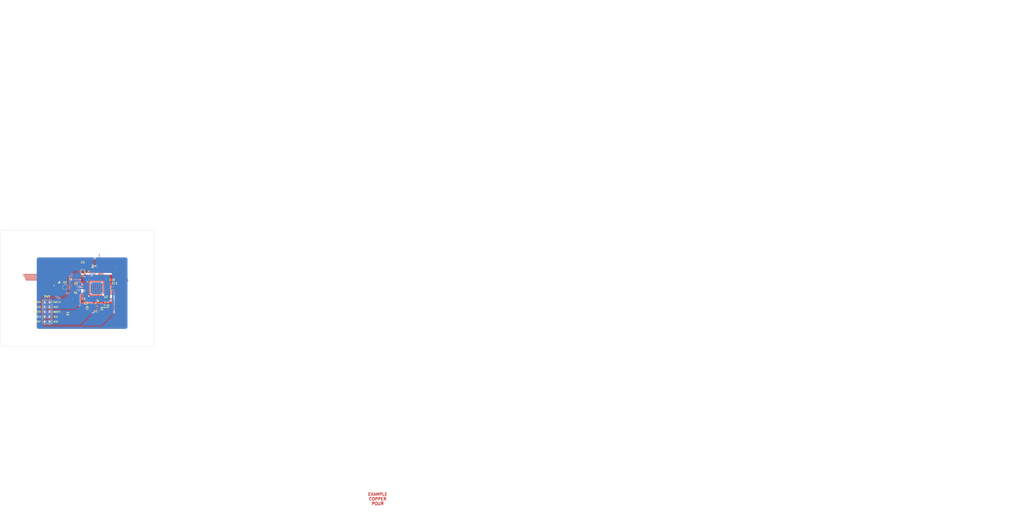
<source format=kicad_pcb>
(kicad_pcb (version 20221018) (generator pcbnew)
  (title_block (title "Acheron Joker48 template layout") (date "2022-02-09") (rev "V1.1.0") (company "Designed by Gondolindrim"))
  (layers (0 "F.Cu" signal) (31 "B.Cu" signal) (34 "B.Paste" user) (35 "F.Paste" user) (36 "B.SilkS" user "B.Silkscreen") (37 "F.SilkS" user "F.Silkscreen") (38 "B.Mask" user) (39 "F.Mask" user) (44 "Edge.Cuts" user))
  (net 0 "")
  (net 1 "Net-(C11-Pad2)")
  (net 2 "GND")
  (net 3 "3V3")
  (net 4 "XTAL_OUT")
  (net 5 "XTAL_IN")
  (net 6 "SDA")
  (net 7 "SCL")
  (net 8 "D+")
  (net 9 "/PA9")
  (net 10 "unconnected-(U2-Pad2)")
  (net 11 "unconnected-(U2-Pad3)")
  (net 12 "unconnected-(U2-Pad4)")
  (net 13 "NRST")
  (net 14 "unconnected-(U2-Pad10)")
  (net 15 "unconnected-(U2-Pad11)")
  (net 16 "unconnected-(U2-Pad12)")
  (net 17 "unconnected-(U2-Pad13)")
  (net 18 "unconnected-(U2-Pad14)")
  (net 19 "unconnected-(U2-Pad15)")
  (net 20 "LED_PWM")
  (net 21 "unconnected-(U2-Pad17)")
  (net 22 "unconnected-(U2-Pad18)")
  (net 23 "CAPS_INDICATOR")
  (net 24 "PB2{slash}BOOT1")
  (net 25 "unconnected-(U2-Pad21)")
  (net 26 "unconnected-(U2-Pad25)")
  (net 27 "unconnected-(U2-Pad26)")
  (net 28 "unconnected-(U2-Pad27)")
  (net 29 "RGB_3V3")
  (net 30 "unconnected-(U2-Pad29)")
  (net 31 "unconnected-(U2-Pad31)")
  (net 32 "D-")
  (net 33 "SWDIO")
  (net 34 "SWCLK")
  (net 35 "unconnected-(U2-Pad38)")
  (net 36 "unconnected-(U2-Pad39)")
  (net 37 "unconnected-(U2-Pad40)")
  (net 38 "unconnected-(U2-Pad41)")
  (net 39 "BOOT0")
  (net 40 "unconnected-(U2-Pad45)")
  (net 41 "unconnected-(U2-Pad46)")
  (footprint "acheron_Components:TSSOP-8_4.4x3mm_P0.65mm" (layer "F.Cu") (at 224.4 124.499999)
    (fp_text reference "U1" (at 0 -2.45) (layer "F.SilkS") (effects (font (thickness 0.2))))
    (fp_text value "BL24C256A-SFRC")
    (pad "1" smd roundrect (at -2.8625 -0.975) (size 1.475 0.4) (layers "F.Cu" "F.Paste" "F.Mask") (roundrect_rratio 0.5) (net 2 "GND"))
    (pad "2" smd rect (at -2.8625 -0.325) (size 1.475 0.4) (layers "F.Cu" "F.Paste" "F.Mask") (net 2 "GND"))
    (pad "3" smd rect (at -2.8625 0.325) (size 1.475 0.4) (layers "F.Cu" "F.Paste" "F.Mask") (net 2 "GND"))
    (pad "4" smd rect (at -2.8625 0.975) (size 1.475 0.4) (layers "F.Cu" "F.Paste" "F.Mask") (net 2 "GND"))
    (pad "5" smd rect (at 2.8625 0.975) (size 1.475 0.4) (layers "F.Cu" "F.Paste" "F.Mask") (net 6 "SDA"))
    (pad "6" smd rect (at 2.8625 0.325) (size 1.475 0.4) (layers "F.Cu" "F.Paste" "F.Mask") (net 7 "SCL"))
    (pad "7" smd rect (at 2.8625 -0.325) (size 1.475 0.4) (layers "F.Cu" "F.Paste" "F.Mask") (net 2 "GND"))
    (pad "8" smd rect (at 2.8625 -0.975) (size 1.475 0.4) (layers "F.Cu" "F.Paste" "F.Mask") (net 3 "3V3"))
  )
  (footprint "Capacitor_SMD:C_0402_1005Metric" (layer "F.Cu") (at 237.349972 134.999999 -90)
    (fp_text reference "C9" (at 0.35 1.4 90) (layer "F.SilkS") (effects (font (thickness 0.2))))
    (fp_text value "16p")
    (pad "1" smd roundrect (at -0.48 0 270) (size 0.56 0.62) (layers "F.Cu" "F.Paste" "F.Mask") (net 5 "XTAL_IN"))
    (pad "2" smd roundrect (at 0.48 0 270) (size 0.56 0.62) (layers "F.Cu" "F.Paste" "F.Mask") (net 2 "GND"))
  )
  (footprint "Capacitor_SMD:C_0402_1005Metric" (layer "F.Cu") (at 247.4 122.6 180)
    (fp_text reference "C11" (at -1.2 0.05) (layer "F.SilkS") (effects (font (thickness 0.2)) (justify left)))
    (fp_text value "4.7u")
    (pad "1" smd roundrect (at -0.48 0 180) (size 0.56 0.62) (layers "F.Cu" "F.Paste" "F.Mask") (net 2 "GND"))
    (pad "2" smd roundrect (at 0.48 0 180) (size 0.56 0.62) (layers "F.Cu" "F.Paste" "F.Mask") (net 1 "Net-(C11-Pad2)"))
  )
  (footprint "Capacitor_SMD:C_0402_1005Metric" (layer "F.Cu") (at 227.4 121.8 180)
    (fp_text reference "C1" (at 0 1.4) (layer "F.SilkS") (effects (font (thickness 0.2))))
    (fp_text value "100n")
    (pad "1" smd roundrect (at -0.48 0 180) (size 0.56 0.62) (layers "F.Cu" "F.Paste" "F.Mask") (net 2 "GND"))
    (pad "2" smd roundrect (at 0.48 0 180) (size 0.56 0.62) (layers "F.Cu" "F.Paste" "F.Mask") (net 3 "3V3"))
  )
  (footprint "acheron_Components:STM_UFQFPN-48_LQFP-48-1EP_7x7mm_P0.5mm_HandSoldering_ThermalReliefs" (layer "F.Cu") (at 240.749972 125.149999 90)
    (fp_text reference "U2" (at -4.4 4.8 180) (layer "F.SilkS") (effects (font (thickness 0.2))))
    (fp_text value "STM32F411CEU6")
    (pad "1" smd roundrect (at -4 -2.75 90) (size 1.8 0.3) (layers "F.Cu" "F.Paste" "F.Mask") (roundrect_rratio 0.5) (net 3 "3V3"))
    (pad "2" smd rect (at -4 -2.25 90) (size 1.8 0.3) (layers "F.Cu" "F.Paste" "F.Mask") (net 10 "unconnected-(U2-Pad2)"))
    (pad "3" smd rect (at -4 -1.75 90) (size 1.8 0.3) (layers "F.Cu" "F.Paste" "F.Mask") (net 11 "unconnected-(U2-Pad3)"))
    (pad "4" smd rect (at -4 -1.25 90) (size 1.8 0.3) (layers "F.Cu" "F.Paste" "F.Mask") (net 12 "unconnected-(U2-Pad4)"))
    (pad "5" smd rect (at -4 -0.75 90) (size 1.8 0.3) (layers "F.Cu" "F.Paste" "F.Mask") (net 5 "XTAL_IN"))
    (pad "6" smd rect (at -4 -0.25 90) (size 1.8 0.3) (layers "F.Cu" "F.Paste" "F.Mask") (net 4 "XTAL_OUT"))
    (pad "7" smd rect (at -4 0.25 90) (size 1.8 0.3) (layers "F.Cu" "F.Paste" "F.Mask") (net 13 "NRST"))
    (pad "8" smd rect (at -4 0.75 90) (size 1.8 0.3) (layers "F.Cu" "F.Paste" "F.Mask") (net 2 "GND"))
    (pad "9" smd rect (at -4 1.25 90) (size 1.8 0.3) (layers "F.Cu" "F.Paste" "F.Mask") (net 3 "3V3"))
    (pad "10" smd rect (at -4 1.75 90) (size 1.8 0.3) (layers "F.Cu" "F.Paste" "F.Mask") (net 14 "unconnected-(U2-Pad10)"))
    (pad "11" smd rect (at -4 2.25 90) (size 1.8 0.3) (layers "F.Cu" "F.Paste" "F.Mask") (net 15 "unconnected-(U2-Pad11)"))
    (pad "12" smd rect (at -4 2.75 90) (size 1.8 0.3) (layers "F.Cu" "F.Paste" "F.Mask") (net 16 "unconnected-(U2-Pad12)"))
    (pad "13" smd rect (at -2.75 4 180) (size 1.8 0.3) (layers "F.Cu" "F.Paste" "F.Mask") (net 17 "unconnected-(U2-Pad13)"))
    (pad "14" smd rect (at -2.25 4 180) (size 1.8 0.3) (layers "F.Cu" "F.Paste" "F.Mask") (net 18 "unconnected-(U2-Pad14)"))
    (pad "15" smd rect (at -1.75 4 180) (size 1.8 0.3) (layers "F.Cu" "F.Paste" "F.Mask") (net 19 "unconnected-(U2-Pad15)"))
    (pad "16" smd rect (at -1.25 4 180) (size 1.8 0.3) (layers "F.Cu" "F.Paste" "F.Mask") (net 20 "LED_PWM"))
    (pad "17" smd rect (at -0.75 4 180) (size 1.8 0.3) (layers "F.Cu" "F.Paste" "F.Mask") (net 21 "unconnected-(U2-Pad17)"))
    (pad "18" smd rect (at -0.25 4 180) (size 1.8 0.3) (layers "F.Cu" "F.Paste" "F.Mask") (net 22 "unconnected-(U2-Pad18)"))
    (pad "19" smd rect (at 0.25 4 180) (size 1.8 0.3) (layers "F.Cu" "F.Paste" "F.Mask") (net 23 "CAPS_INDICATOR"))
    (pad "20" smd rect (at 0.75 4 180) (size 1.8 0.3) (layers "F.Cu" "F.Paste" "F.Mask") (net 24 "PB2{slash}BOOT1"))
    (pad "21" smd rect (at 1.25 4 180) (size 1.8 0.3) (layers "F.Cu" "F.Paste" "F.Mask") (net 25 "unconnected-(U2-Pad21)"))
    (pad "22" smd rect (at 1.75 4 180) (size 1.8 0.3) (layers "F.Cu" "F.Paste" "F.Mask") (net 1 "Net-(C11-Pad2)"))
    (pad "23" smd rect (at 2.25 4 180) (size 1.8 0.3) (layers "F.Cu" "F.Paste" "F.Mask") (net 2 "GND"))
    (pad "24" smd rect (at 2.75 4 180) (size 1.8 0.3) (layers "F.Cu" "F.Paste" "F.Mask") (net 3 "3V3"))
    (pad "25" smd rect (at 4 2.75 90) (size 1.8 0.3) (layers "F.Cu" "F.Paste" "F.Mask") (net 26 "unconnected-(U2-Pad25)"))
    (pad "26" smd rect (at 4 2.25 90) (size 1.8 0.3) (layers "F.Cu" "F.Paste" "F.Mask") (net 27 "unconnected-(U2-Pad26)"))
    (pad "27" smd rect (at 4 1.75 90) (size 1.8 0.3) (layers "F.Cu" "F.Paste" "F.Mask") (net 28 "unconnected-(U2-Pad27)"))
    (pad "28" smd rect (at 4 1.25 90) (size 1.8 0.3) (layers "F.Cu" "F.Paste" "F.Mask") (net 29 "RGB_3V3"))
    (pad "29" smd rect (at 4 0.75 90) (size 1.8 0.3) (layers "F.Cu" "F.Paste" "F.Mask") (net 30 "unconnected-(U2-Pad29)"))
    (pad "30" smd rect (at 4 0.25 90) (size 1.8 0.3) (layers "F.Cu" "F.Paste" "F.Mask") (net 9 "/PA9"))
    (pad "31" smd rect (at 4 -0.25 90) (size 1.8 0.3) (layers "F.Cu" "F.Paste" "F.Mask") (net 31 "unconnected-(U2-Pad31)"))
    (pad "32" smd rect (at 4 -0.75 90) (size 1.8 0.3) (layers "F.Cu" "F.Paste" "F.Mask") (net 32 "D-"))
    (pad "33" smd rect (at 4 -1.25 90) (size 1.8 0.3) (layers "F.Cu" "F.Paste" "F.Mask") (net 8 "D+"))
    (pad "34" smd rect (at 4 -1.75 90) (size 1.8 0.3) (layers "F.Cu" "F.Paste" "F.Mask") (net 33 "SWDIO"))
    (pad "35" smd rect (at 4 -2.25 90) (size 1.8 0.3) (layers "F.Cu" "F.Paste" "F.Mask") (net 2 "GND"))
    (pad "36" smd rect (at 4 -2.75 90) (size 1.8 0.3) (layers "F.Cu" "F.Paste" "F.Mask") (net 3 "3V3"))
    (pad "37" smd rect (at 2.75 -4 180) (size 1.8 0.3) (layers "F.Cu" "F.Paste" "F.Mask") (net 34 "SWCLK"))
    (pad "38" smd rect (at 2.25 -4 180) (size 1.8 0.3) (layers "F.Cu" "F.Paste" "F.Mask") (net 35 "unconnected-(U2-Pad38)"))
    (pad "39" smd rect (at 1.75 -4 180) (size 1.8 0.3) (layers "F.Cu" "F.Paste" "F.Mask") (net 36 "unconnected-(U2-Pad39)"))
    (pad "40" smd rect (at 1.25 -4 180) (size 1.8 0.3) (layers "F.Cu" "F.Paste" "F.Mask") (net 37 "unconnected-(U2-Pad40)"))
    (pad "41" smd rect (at 0.75 -4 180) (size 1.8 0.3) (layers "F.Cu" "F.Paste" "F.Mask") (net 38 "unconnected-(U2-Pad41)"))
    (pad "42" smd rect (at 0.25 -4 180) (size 1.8 0.3) (layers "F.Cu" "F.Paste" "F.Mask") (net 7 "SCL"))
    (pad "43" smd rect (at -0.25 -4 180) (size 1.8 0.3) (layers "F.Cu" "F.Paste" "F.Mask") (net 6 "SDA"))
    (pad "44" smd rect (at -0.75 -4 180) (size 1.8 0.3) (layers "F.Cu" "F.Paste" "F.Mask") (net 39 "BOOT0"))
    (pad "45" smd rect (at -1.25 -4 180) (size 1.8 0.3) (layers "F.Cu" "F.Paste" "F.Mask") (net 40 "unconnected-(U2-Pad45)"))
    (pad "46" smd rect (at -1.75 -4 180) (size 1.8 0.3) (layers "F.Cu" "F.Paste" "F.Mask") (net 41 "unconnected-(U2-Pad46)"))
    (pad "47" smd rect (at -2.25 -4 180) (size 1.8 0.3) (layers "F.Cu" "F.Paste" "F.Mask") (net 2 "GND"))
    (pad "47" thru_hole circle (at -2 -2 90) (size 0.6 0.6) (drill 0.3) (layers "*.Cu" "F.Mask") (net 2 "GND"))
    (pad "47" thru_hole circle (at -2 -1 90) (size 0.6 0.6) (drill 0.3) (layers "*.Cu" "F.Mask") (net 2 "GND"))
    (pad "47" thru_hole circle (at -2 0 90) (size 0.6 0.6) (drill 0.3) (layers "*.Cu" "F.Mask") (net 2 "GND"))
    (pad "47" thru_hole circle (at -2 1 90) (size 0.6 0.6) (drill 0.3) (layers "*.Cu" "F.Mask") (net 2 "GND"))
    (pad "47" thru_hole circle (at -2 2 90) (size 0.6 0.6) (drill 0.3) (layers "*.Cu" "F.Mask") (net 2 "GND"))
    (pad "47" thru_hole circle (at -1 -2 90) (size 0.6 0.6) (drill 0.3) (layers "*.Cu" "F.Mask") (net 2 "GND"))
    (pad "47" thru_hole circle (at -1 -1 90) (size 0.6 0.6) (drill 0.3) (layers "*.Cu" "F.Mask") (net 2 "GND"))
    (pad "47" thru_hole circle (at -1 0 90) (size 0.6 0.6) (drill 0.3) (layers "*.Cu" "F.Mask") (net 2 "GND"))
    (pad "47" thru_hole circle (at -1 1 90) (size 0.6 0.6) (drill 0.3) (layers "*.Cu" "F.Mask") (net 2 "GND"))
    (pad "47" thru_hole circle (at -1 2 90) (size 0.6 0.6) (drill 0.3) (layers "*.Cu" "F.Mask") (net 2 "GND"))
    (pad "47" thru_hole circle (at 0 -2 90) (size 0.6 0.6) (drill 0.3) (layers "*.Cu" "F.Mask") (net 2 "GND"))
    (pad "47" thru_hole circle (at 0 -1 90) (size 0.6 0.6) (drill 0.3) (layers "*.Cu" "F.Mask") (net 2 "GND"))
    (pad "47" thru_hole circle (at 0 0 90) (size 0.6 0.6) (drill 0.3) (layers "*.Cu" "F.Mask") (net 2 "GND"))
    (pad "47" smd rect (at 0 0 90) (size 5.2 5.2) (layers "F.Cu" "F.Mask") (net 2 "GND"))
    (pad "47" thru_hole circle (at 0 1 90) (size 0.6 0.6) (drill 0.3) (layers "*.Cu" "F.Mask") (net 2 "GND"))
    (pad "47" thru_hole circle (at 0 2 90) (size 0.6 0.6) (drill 0.3) (layers "*.Cu" "F.Mask") (net 2 "GND"))
    (pad "47" thru_hole circle (at 1 -2 90) (size 0.6 0.6) (drill 0.3) (layers "*.Cu" "F.Mask") (net 2 "GND"))
    (pad "47" thru_hole circle (at 1 -1 90) (size 0.6 0.6) (drill 0.3) (layers "*.Cu" "F.Mask") (net 2 "GND"))
    (pad "47" thru_hole circle (at 1 0 90) (size 0.6 0.6) (drill 0.3) (layers "*.Cu" "F.Mask") (net 2 "GND"))
    (pad "47" thru_hole circle (at 1 1 90) (size 0.6 0.6) (drill 0.3) (layers "*.Cu" "F.Mask") (net 2 "GND"))
    (pad "47" thru_hole circle (at 1 2 90) (size 0.6 0.6) (drill 0.3) (layers "*.Cu" "F.Mask") (net 2 "GND"))
    (pad "47" thru_hole circle (at 2 -2 90) (size 0.6 0.6) (drill 0.3) (layers "*.Cu" "F.Mask") (net 2 "GND"))
    (pad "47" thru_hole circle (at 2 -1 90) (size 0.6 0.6) (drill 0.3) (layers "*.Cu" "F.Mask") (net 2 "GND"))
    (pad "47" thru_hole circle (at 2 0 90) (size 0.6 0.6) (drill 0.3) (layers "*.Cu" "F.Mask") (net 2 "GND"))
    (pad "47" thru_hole circle (at 2 1 90) (size 0.6 0.6) (drill 0.3) (layers "*.Cu" "F.Mask") (net 2 "GND"))
    (pad "47" thru_hole circle (at 2 2 90) (size 0.6 0.6) (drill 0.3) (layers "*.Cu" "F.Mask") (net 2 "GND"))
    (pad "48" smd rect (at -2.75 -4 180) (size 1.8 0.3) (layers "F.Cu" "F.Paste" "F.Mask") (net 3 "3V3"))
  )
  (footprint "acheron_Connectors:PinHeader_2x5_P2.54mm_Vertical_Staggered" (layer "F.Cu") (at 215.112972 137.382999)
    (fp_text reference "X1" hide)
    (fp_text value "ARM JTAG" hide)
    (pad "1" thru_hole rect (at -1.2065 -5.08) (size 1.524 1.524) (drill 0.762) (layers "*.Cu" "*.Mask") (net 33 "SWDIO"))
    (pad "2" thru_hole oval (at 1.3335 -5.08) (size 1.524 1.524) (drill 0.762) (layers "*.Cu" "*.Mask") (net 34 "SWCLK"))
    (pad "3" thru_hole oval (at -1.3335 -2.54) (size 1.524 1.524) (drill 0.762) (layers "*.Cu" "*.Mask") (net 2 "GND"))
    (pad "4" thru_hole oval (at 1.2065 -2.54) (size 1.524 1.524) (drill 0.762) (layers "*.Cu" "*.Mask") (net 2 "GND"))
    (pad "5" thru_hole oval (at -1.2065 0) (size 1.524 1.524) (drill 0.762) (layers "*.Cu" "*.Mask") (net 39 "BOOT0"))
    (pad "6" thru_hole oval (at 1.3335 0) (size 1.524 1.524) (drill 0.762) (layers "*.Cu" "*.Mask") (net 24 "PB2{slash}BOOT1"))
    (pad "7" thru_hole oval (at -1.3335 2.54) (size 1.524 1.524) (drill 0.762) (layers "*.Cu" "*.Mask") (net 3 "3V3"))
    (pad "8" thru_hole oval (at 1.2065 2.54) (size 1.524 1.524) (drill 0.762) (layers "*.Cu" "*.Mask") (net 3 "3V3"))
    (pad "9" thru_hole oval (at -1.2065 5.08) (size 1.524 1.524) (drill 0.762) (layers "*.Cu" "*.Mask") (net 13 "NRST"))
    (pad "10" thru_hole oval (at 1.3335 5.08) (size 1.524 1.524) (drill 0.762) (layers "*.Cu" "*.Mask") (net 2 "GND"))
  )
  (footprint "Capacitor_SMD:C_0402_1005Metric" (layer "F.Cu") (at 245.979971 120.8 180)
    (fp_text reference "C10" (at -1.2 0) (layer "F.SilkS") (effects (font (thickness 0.2)) (justify left)))
    (fp_text value "100n")
    (pad "1" smd roundrect (at -0.48 0 180) (size 0.56 0.62) (layers "F.Cu" "F.Paste" "F.Mask") (net 2 "GND"))
    (pad "2" smd roundrect (at 0.48 0 180) (size 0.56 0.62) (layers "F.Cu" "F.Paste" "F.Mask") (net 3 "3V3"))
  )
  (footprint "Capacitor_SMD:C_0402_1005Metric" (layer "F.Cu") (at 235.249972 131.749999 180)
    (fp_text reference "C2" (at 0 -1.3 180) (layer "F.SilkS") (effects (font (thickness 0.2))))
    (fp_text value "100n")
    (pad "1" smd roundrect (at -0.48 0 180) (size 0.56 0.62) (layers "F.Cu" "F.Paste" "F.Mask") (net 3 "3V3"))
    (pad "2" smd roundrect (at 0.48 0 180) (size 0.56 0.62) (layers "F.Cu" "F.Paste" "F.Mask") (net 2 "GND"))
  )
  (footprint "acheron_Components:CP_EIA-3216-10_Kemet-I_Pad1.58x1.35mm_HandSolder" (layer "F.Cu") (at 233.549972 115.149999 90)
    (fp_text reference "C5" (at 3.4 0 180) (layer "F.SilkS") (effects (font (thickness 0.2))))
    (fp_text value "10u")
    (pad "1" smd roundrect (at -1.4375 0 90) (size 1.575 1.35) (layers "F.Cu" "F.Paste" "F.Mask") (roundrect_rratio 0.185185) (net 3 "3V3"))
    (pad "2" smd roundrect (at 1.4375 0 90) (size 1.575 1.35) (layers "F.Cu" "F.Paste" "F.Mask") (roundrect_rratio 0.185185) (net 2 "GND"))
  )
  (footprint "Capacitor_SMD:C_0402_1005Metric" (layer "F.Cu") (at 246.649972 132.229999 -90)
    (fp_text reference "C6" (at 1.15 0 90) (layer "F.SilkS") (effects (font (thickness 0.2)) (justify right)))
    (fp_text value "1u")
    (pad "1" smd roundrect (at -0.48 0 270) (size 0.56 0.62) (layers "F.Cu" "F.Paste" "F.Mask") (net 3 "3V3"))
    (pad "2" smd roundrect (at 0.48 0 270) (size 0.56 0.62) (layers "F.Cu" "F.Paste" "F.Mask") (net 2 "GND"))
  )
  (footprint "acheron_Components:Crystal_SMD_3225-4Pin_3.2x2.5mm" (layer "F.Cu") (at 240.437472 134.399999 180)
    (fp_text reference "Y1" (at 0 -2.6) (layer "F.SilkS") (effects (font (thickness 0.2))))
    (fp_text value "7325-0800A2010-00")
    (pad "1" smd rect (at -1.1 0.85 180) (size 1.4 1.2) (layers "F.Cu" "F.Paste" "F.Mask") (net 4 "XTAL_OUT"))
    (pad "2" smd rect (at 1.1 0.85 180) (size 1.4 1.2) (layers "F.Cu" "F.Paste" "F.Mask") (net 2 "GND"))
    (pad "3" smd rect (at 1.1 -0.85 180) (size 1.4 1.2) (layers "F.Cu" "F.Paste" "F.Mask") (net 5 "XTAL_IN"))
    (pad "4" smd rect (at -1.1 -0.85 180) (size 1.4 1.2) (layers "F.Cu" "F.Paste" "F.Mask") (net 2 "GND"))
  )
  (footprint "Capacitor_SMD:C_0402_1005Metric" (layer "F.Cu") (at 233.949972 129.149999 180)
    (fp_text reference "C3" (at 0 -1.4) (layer "F.SilkS") (effects (font (thickness 0.2))))
    (fp_text value "100n")
    (pad "1" smd roundrect (at -0.48 0 180) (size 0.56 0.62) (layers "F.Cu" "F.Paste" "F.Mask") (net 3 "3V3"))
    (pad "2" smd roundrect (at 0.48 0 180) (size 0.56 0.62) (layers "F.Cu" "F.Paste" "F.Mask") (net 2 "GND"))
  )
  (footprint "Capacitor_SMD:C_0402_1005Metric" (layer "F.Cu") (at 243.549972 133.479999 -90)
    (fp_text reference "C8" (at 1.12 0 90) (layer "F.SilkS") (effects (font (thickness 0.2)) (justify right)))
    (fp_text value "16p")
    (pad "1" smd roundrect (at -0.48 0 270) (size 0.56 0.62) (layers "F.Cu" "F.Paste" "F.Mask") (net 4 "XTAL_OUT"))
    (pad "2" smd roundrect (at 0.48 0 270) (size 0.56 0.62) (layers "F.Cu" "F.Paste" "F.Mask") (net 2 "GND"))
  )
  (footprint "Resistor_SMD:R_0402_1005Metric" (layer "F.Cu") (at 230 126.149999 180)
    (fp_text reference "R1" (at 0 -1.35) (layer "F.SilkS") (effects (font (thickness 0.2))))
    (fp_text value "1.5k")
    (pad "1" smd roundrect (at -0.51 0 180) (size 0.54 0.64) (layers "F.Cu" "F.Paste" "F.Mask") (net 3 "3V3"))
    (pad "2" smd roundrect (at 0.51 0 180) (size 0.54 0.64) (layers "F.Cu" "F.Paste" "F.Mask") (net 6 "SDA"))
  )
  (footprint "Resistor_SMD:R_0402_1005Metric" (layer "F.Cu") (at 238.749973 116.000001 90)
    (fp_text reference "R4" (at 2.2 0 90) (layer "F.SilkS") (effects (font (thickness 0.2))))
    (fp_text value "1.5k")
    (pad "1" smd roundrect (at -0.51 0 90) (size 0.54 0.64) (layers "F.Cu" "F.Paste" "F.Mask") (net 3 "3V3"))
    (pad "2" smd roundrect (at 0.51 0 90) (size 0.54 0.64) (layers "F.Cu" "F.Paste" "F.Mask") (net 8 "D+"))
  )
  (footprint "Resistor_SMD:R_0402_1005Metric" (layer "F.Cu") (at 230 124.149999 180)
    (fp_text reference "R2" (at 0 1.4) (layer "F.SilkS") (effects (font (thickness 0.2))))
    (fp_text value "1.5k")
    (pad "1" smd roundrect (at -0.51 0 180) (size 0.54 0.64) (layers "F.Cu" "F.Paste" "F.Mask") (net 3 "3V3"))
    (pad "2" smd roundrect (at 0.51 0 180) (size 0.54 0.64) (layers "F.Cu" "F.Paste" "F.Mask") (net 7 "SCL"))
  )
  (footprint "Resistor_SMD:R_0805_2012Metric" (layer "F.Cu") (at 223.949972 138.349999 -90)
    (fp_text reference "R3" (at 0 -2 90) (layer "F.SilkS") (effects (font (thickness 0.2))))
    (fp_text value "10k")
    (pad "1" smd roundrect (at -0.9125 0 270) (size 1.025 1.4) (layers "F.Cu" "F.Paste" "F.Mask") (roundrect_rratio 0.243902) (net 24 "PB2{slash}BOOT1"))
    (pad "2" smd roundrect (at 0.9125 0 270) (size 1.025 1.4) (layers "F.Cu" "F.Paste" "F.Mask") (roundrect_rratio 0.243902) (net 2 "GND"))
  )
  (footprint "Capacitor_SMD:C_0402_1005Metric" (layer "F.Cu") (at 236.749972 119.149999 -90)
    (fp_text reference "C4" (at -1.2 0 90) (layer "F.SilkS") (effects (font (thickness 0.2)) (justify left)))
    (fp_text value "100n")
    (pad "1" smd roundrect (at -0.48 0 270) (size 0.56 0.62) (layers "F.Cu" "F.Paste" "F.Mask") (net 2 "GND"))
    (pad "2" smd roundrect (at 0.48 0 270) (size 0.56 0.62) (layers "F.Cu" "F.Paste" "F.Mask") (net 3 "3V3"))
  )
  (footprint "Capacitor_SMD:C_0402_1005Metric" (layer "F.Cu") (at 245.149972 132.229999 -90)
    (fp_text reference "C7" (at 1.15 0 90) (layer "F.SilkS") (effects (font (thickness 0.2)) (justify right)))
    (fp_text value "10n")
    (pad "1" smd roundrect (at -0.48 0 270) (size 0.56 0.62) (layers "F.Cu" "F.Paste" "F.Mask") (net 3 "3V3"))
    (pad "2" smd roundrect (at 0.48 0 270) (size 0.56 0.62) (layers "F.Cu" "F.Paste" "F.Mask") (net 2 "GND"))
  )
  (gr_line (start 270.749972 95.149999) (end 270.749972 155.149999) (stroke (width 0.1)) (layer "Edge.Cuts"))
  (gr_line (start 270.749972 155.149999) (end 190.749972 155.149999) (stroke (width 0.1)) (layer "Edge.Cuts"))
  (gr_line (start 190.749972 95.149999) (end 270.749972 95.149999) (stroke (width 0.1)) (layer "Edge.Cuts"))
  (gr_line (start 190.749972 155.149999) (end 190.749972 95.149999) (stroke (width 0.1)) (layer "Edge.Cuts"))
  (gr_text "EXAMPLE\nCOPPER\nPOUR" (at 386.349973 234.300001) (layer "F.Cu") (effects (font (size 1.5 1.5) (thickness 0.3))))
  (gr_text "nRST" (at 211.937972 142.462998) (layer "F.SilkS") (effects (font (size 0.8 0.8) (thickness 0.16)) (justify right)))
  (gr_text "3V3" (at 218.287972 139.922999) (layer "F.SilkS") (effects (font (size 0.8 0.8) (thickness 0.16)) (justify left)))
  (gr_text "SWD" (at 215.112972 129.382999) (layer "F.SilkS") (effects (font (size 1 1) (thickness 0.2))))
  (gr_text "GND" (at 218.287972 134.842999) (layer "F.SilkS") (effects (font (size 0.8 0.8) (thickness 0.16)) (justify left)))
  (gr_text "GND" (at 211.937972 134.842999) (layer "F.SilkS") (effects (font (size 0.8 0.8) (thickness 0.16)) (justify right)))
  (gr_text "SWDIO" (at 211.937972 132.303) (layer "F.SilkS") (effects (font (size 0.8 0.8) (thickness 0.16)) (justify right)))
  (gr_text "GND" (at 218.287972 142.462998) (layer "F.SilkS") (effects (font (size 0.8 0.8) (thickness 0.16)) (justify left)))
  (gr_text "BOOT0" (at 211.937972 137.382999) (layer "F.SilkS") (effects (font (size 0.8 0.8) (thickness 0.16)) (justify right)))
  (gr_text "3V3" (at 211.937972 139.922999) (layer "F.SilkS") (effects (font (size 0.8 0.8) (thickness 0.16)) (justify right)))
  (gr_text "BOOT1" (at 218.287972 137.382999) (layer "F.SilkS") (effects (font (size 0.8 0.8) (thickness 0.16)) (justify left)))
  (gr_text "SWCLK" (at 218.287972 132.303) (layer "F.SilkS") (effects (font (size 0.8 0.8) (thickness 0.16)) (justify left)))
  (segment (start 246.120001 123.399999) (end 246.92 122.6) (width 0.2) (layer "F.Cu") (net 1))
  (segment (start 244.749972 123.399999) (end 246.120001 123.399999) (width 0.2) (layer "F.Cu") (net 1))
  (segment (start 241.499972 129.149999) (end 241.499972 127.099999) (width 0.2) (layer "F.Cu") (net 2))
  (segment (start 244.749972 122.899999) (end 242.699972 122.899999) (width 0.2) (layer "F.Cu") (net 2))
  (segment (start 238.499972 121.149999) (end 238.499972 123.199999) (width 0.2) (layer "F.Cu") (net 2))
  (segment (start 236.749972 127.399999) (end 238.799972 127.399999) (width 0.2) (layer "F.Cu") (net 2))
  (segment (start 239.567472 133.119999) (end 239.587472 133.099999) (width 0.2) (layer "F.Cu") (net 2))
  (via (at 249.27497 124.599999) (size 0.6) (drill 0.3) (layers "F.Cu" "B.Cu") (net 2))
  (via (at 228.349972 130.749999) (size 0.6) (drill 0.3) (layers "F.Cu" "B.Cu") (net 2))
  (via (at 230.6 118.6) (size 0.6) (drill 0.3) (layers "F.Cu" "B.Cu") (net 2))
  (via (at 227.949972 126.299999) (size 0.6) (drill 0.3) (layers "F.Cu" "B.Cu") (net 2))
  (via (at 250.749972 114.149999) (size 0.6) (drill 0.3) (layers "F.Cu" "B.Cu") (net 2))
  (via (at 218.8 123.800001) (size 1) (drill 0.5) (layers "F.Cu" "B.Cu") (net 2))
  (via (at 238.349972 114.399999) (size 0.6) (drill 0.3) (layers "F.Cu" "B.Cu") (net 2))
  (via (at 240.949972 112.799999) (size 0.6) (drill 0.3) (layers "F.Cu" "B.Cu") (net 2))
  (via (at 238.349972 112.799999) (size 0.6) (drill 0.3) (layers "F.Cu" "B.Cu") (net 2))
  (via (at 237.4 136.6) (size 0.6) (drill 0.3) (layers "F.Cu" "B.Cu") (net 2))
  (via (at 242 136.8) (size 0.6) (drill 0.3) (layers "F.Cu" "B.Cu") (net 2))
  (via (at 225.749972 135.149999) (size 0.6) (drill 0.3) (layers "F.Cu" "B.Cu") (net 2))
  (via (at 240.949972 114.399999) (size 0.6) (drill 0.3) (layers "F.Cu" "B.Cu") (net 2))
  (segment (start 236.149972 129.149999) (end 234.429972 129.149999) (width 0.2) (layer "F.Cu") (net 3))
  (segment (start 234.429972 129.149999) (end 234.429972 130.149999) (width 0.2) (layer "F.Cu") (net 3))
  (segment (start 236.749972 119.629999) (end 237.529972 119.629999) (width 0.2) (layer "F.Cu") (net 3))
  (segment (start 236.539948 131.749999) (end 237.999972 130.289975) (width 0.2) (layer "F.Cu") (net 3))
  (segment (start 245.499971 120.8) (end 245.499971 119.949999) (width 0.2) (layer "F.Cu") (net 3))
  (segment (start 241.999972 129.149999) (end 241.999972 130.495017) (width 0.2) (layer "F.Cu") (net 3))
  (segment (start 234.749972 119.149999) (end 234.749972 117.787499) (width 0.5) (layer "F.Cu") (net 3))
  (segment (start 236.749972 128.549999) (end 236.149972 129.149999) (width 0.2) (layer "F.Cu") (net 3))
  (segment (start 235.729972 130.749999) (end 235.729972 131.749999) (width 0.2) (layer "F.Cu") (net 3))
  (segment (start 235.729972 131.749999) (end 236.539948 131.749999) (width 0.2) (layer "F.Cu") (net 3))
  (segment (start 226.92 121.8) (end 226.92 121.28) (width 0.2) (layer "F.Cu") (net 3))
  (segment (start 237.529972 119.629999) (end 237.999972 120.099999) (width 0.2) (layer "F.Cu") (net 3))
  (segment (start 226.92 121.8) (end 226.92 123.4) (width 0.2) (layer "F.Cu") (net 3))
  (segment (start 246.649972 131.749999) (end 247.649972 131.749999) (width 0.2) (layer "F.Cu") (net 3))
  (segment (start 237.999972 130.289975) (end 237.999972 129.149999) (width 0.2) (layer "F.Cu") (net 3))
  (segment (start 233.549972 116.587499) (end 232.187472 116.587499) (width 0.5) (layer "F.Cu") (net 3))
  (segment (start 236.779972 119.629999) (end 236.779972 120.549999) (width 0.2) (layer "F.Cu") (net 3))
  (segment (start 234.749972 117.787499) (end 233.549972 116.587499) (width 0.5) (layer "F.Cu") (net 3))
  (segment (start 236.749972 127.899999) (end 236.749972 128.549999) (width 0.2) (layer "F.Cu") (net 3))
  (segment (start 244.749972 122.399999) (end 244.749972 121.549999) (width 0.2) (layer "F.Cu") (net 3))
  (segment (start 238.900472 116.6605) (end 238.749973 116.510001) (width 0.2) (layer "F.Cu") (net 3))
  (segment (start 244.89853 131.498557) (end 246.39853 131.498557) (width 0.2) (layer "F.Cu") (net 3))
  (segment (start 244.89853 131.498557) (end 245.149972 131.749999) (width 0.2) (layer "F.Cu") (net 3))
  (segment (start 238.900472 117.400001) (end 238.900472 116.6605) (width 0.2) (layer "F.Cu") (net 3))
  (segment (start 245.499971 120.8) (end 244.749972 121.549999) (width 0.2) (layer "F.Cu") (net 3))
  (segment (start 243.003512 131.498557) (end 244.89853 131.498557) (width 0.2) (layer "F.Cu") (net 3))
  (segment (start 232.187472 116.587499) (end 230.149972 114.549999) (width 0.5) (layer "F.Cu") (net 3))
  (segment (start 246.39853 131.498557) (end 246.649972 131.749999) (width 0.2) (layer "F.Cu") (net 3))
  (segment (start 237.999972 121.149999) (end 237.999972 120.099999) (width 0.2) (layer "F.Cu") (net 3))
  (segment (start 241.999972 130.495017) (end 243.003512 131.498557) (width 0.2) (layer "F.Cu") (net 3))
  (segment (start 230.149972 114.549999) (end 230.149972 111.549999) (width 0.5) (layer "F.Cu") (net 3))
  (segment (start 226.92 121.28) (end 227.6 120.6) (width 0.2) (layer "F.Cu") (net 3))
  (segment (start 230.51 124.149999) (end 231.349972 124.149999) (width 0.2) (layer "F.Cu") (net 3))
  (segment (start 236.199972 127.899999) (end 236.749972 127.899999) (width 0.2) (layer "F.Cu") (net 3))
  (segment (start 230.51 126.099999) (end 231.4 126.099999) (width 0.2) (layer "F.Cu") (net 3))
  (via (at 234.429972 130.149999) (size 0.6) (drill 0.3) (layers "F.Cu" "B.Cu") (net 3))
  (via (at 247.649972 131.749999) (size 0.6) (drill 0.3) (layers "F.Cu" "B.Cu") (net 3))
  (via (at 236.779972 120.549999) (size 0.6) (drill 0.3) (layers "F.Cu" "B.Cu") (net 3))
  (via (at 235.729972 130.749999) (size 0.6) (drill 0.3) (layers "F.Cu" "B.Cu") (net 3))
  (via (at 231.349972 124.149999) (size 0.6) (drill 0.3) (layers "F.Cu" "B.Cu") (net 3))
  (via (at 245.499971 119.949999) (size 0.6) (drill 0.3) (layers "F.Cu" "B.Cu") (net 3))
  (via (at 234.749972 119.149999) (size 1) (drill 0.5) (layers "F.Cu" "B.Cu") (net 3))
  (via (at 227.6 120.6) (size 0.6) (drill 0.3) (layers "F.Cu" "B.Cu") (net 3))
  (via (at 231.4 126.099999) (size 0.6) (drill 0.3) (layers "F.Cu" "B.Cu") (net 3))
  (via (at 238.900472 117.400001) (size 0.6) (drill 0.3) (layers "F.Cu" "B.Cu") (net 3))
  (segment (start 211.957972 131.157999) (end 211.957972 138.101499) (width 0.2) (layer "B.Cu") (net 3))
  (segment (start 237.000453 116.40048) (end 229.384486 116.400479) (width 0.2) (layer "B.Cu") (net 3))
  (segment (start 238.900472 117.400001) (end 238.900472 118.300499) (width 0.2) (layer "B.Cu") (net 3))
  (segment (start 216.319472 139.922999) (end 213.779472 139.922999) (width 0.2) (layer "B.Cu") (net 3))
  (segment (start 211.957972 138.101499) (end 213.779472 139.922999) (width 0.2) (layer "B.Cu") (net 3))
  (segment (start 232.35 125.149999) (end 234.149972 125.149999) (width 0.5) (layer "B.Cu") (net 3))
  (segment (start 225.950453 119.834512) (end 225.950453 126.965518) (width 0.2) (layer "B.Cu") (net 3))
  (segment (start 229.384486 116.400479) (end 225.950453 119.834512) (width 0.2) (layer "B.Cu") (net 3))
  (segment (start 225.950453 126.965518) (end 223.357972 129.557999) (width 0.2) (layer "B.Cu") (net 3))
  (segment (start 238.900472 118.300499) (end 237.000453 116.40048) (width 0.2) (layer "B.Cu") (net 3))
  (segment (start 247.649972 131.749999) (end 247.249972 131.349999) (width 0.5) (layer "B.Cu") (net 3))
  (segment (start 231.4 126.099999) (end 232.35 125.149999) (width 0.5) (layer "B.Cu") (net 3))
  (segment (start 213.557972 129.557999) (end 211.957972 131.157999) (width 0.2) (layer "B.Cu") (net 3))
  (segment (start 231.349972 124.149999) (end 234.149972 124.149999) (width 0.5) (layer "B.Cu") (net 3))
  (segment (start 227.6 120.6) (end 234.349972 120.599999) (width 0.2) (layer "B.Cu") (net 3))
  (segment (start 223.357972 129.557999) (end 213.557972 129.557999) (width 0.2) (layer "B.Cu") (net 3))
  (segment (start 240.499972 129.149999) (end 240.499972 132.512499) (width 0.2) (layer "F.Cu") (net 4))
  (segment (start 242.087472 132.999999) (end 241.537472 133.549999) (width 0.2) (layer "F.Cu") (net 4))
  (segment (start 243.549972 132.999999) (end 242.087472 132.999999) (width 0.2) (layer "F.Cu") (net 4))
  (segment (start 240.499972 132.512499) (end 241.537472 133.549999) (width 0.2) (layer "F.Cu") (net 4))
  (segment (start 238.079972 135.249999) (end 237.349972 134.519999) (width 0.2) (layer "F.Cu") (net 5))
  (segment (start 237.349972 134.519999) (end 237.349972 133.199999) (width 0.2) (layer "F.Cu") (net 5))
  (segment (start 239.107472 135.479999) (end 239.337472 135.249999) (width 0.2) (layer "F.Cu") (net 5))
  (segment (start 239.337472 135.249999) (end 238.079972 135.249999) (width 0.2) (layer "F.Cu") (net 5))
  (segment (start 237.349972 133.199999) (end 239.999972 130.549999) (width 0.2) (layer "F.Cu") (net 5))
  (segment (start 239.999972 130.549999) (end 239.999972 129.149999) (width 0.2) (layer "F.Cu") (net 5))
  (segment (start 230.24 125.399999) (end 229.49 126.149999) (width 0.2) (layer "F.Cu") (net 6))
  (segment (start 236.730452 125.380479) (end 236.749972 125.399999) (width 0.2) (layer "F.Cu") (net 6))
  (segment (start 227.2625 125.474999) (end 228.815 125.474999) (width 0.2) (layer "F.Cu") (net 6))
  (segment (start 228.815 125.474999) (end 229.49 126.149999) (width 0.2) (layer "F.Cu") (net 6))
  (segment (start 236.749972 125.399999) (end 230.24 125.399999) (width 0.2) (layer "F.Cu") (net 6))
  (segment (start 228.815 124.824999) (end 229.49 124.149999) (width 0.2) (layer "F.Cu") (net 7))
  (segment (start 227.2625 124.824999) (end 228.815 124.824999) (width 0.2) (layer "F.Cu") (net 7))
  (segment (start 236.749972 124.899999) (end 230.24 124.899999) (width 0.2) (layer "F.Cu") (net 7))
  (segment (start 230.24 124.899999) (end 229.49 124.149999) (width 0.2) (layer "F.Cu") (net 7))
  (segment (start 239.499972 114.740002) (end 239.499972 113.749999) (width 0.2) (layer "F.Cu") (net 8))
  (segment (start 239.499972 121.149999) (end 239.499972 114.740002) (width 0.2) (layer "F.Cu") (net 8))
  (segment (start 238.749973 115.490001) (end 239.499972 114.740002) (width 0.2) (layer "F.Cu") (net 8))
  (segment (start 239.499972 113.749999) (end 239.349972 113.599999) (width 0.2) (layer "F.Cu") (net 8))
  (via (at 239.349972 113.599999) (size 0.6) (drill 0.3) (layers "F.Cu" "B.Cu") (net 8))
  (via (at 239.349972 113.599999) (size 0.6) (drill 0.3) (layers "F.Cu" "B.Cu") (net 8))
  (segment (start 239.549972 109.117155) (end 239.549972 113.399999) (width 0.2) (layer "B.Cu") (net 8))
  (segment (start 239.549972 113.399999) (end 239.349972 113.599999) (width 0.2) (layer "B.Cu") (net 8))
  (segment (start 240.999972 119.315005) (end 242.149972 118.165005) (width 0.2) (layer "F.Cu") (net 9))
  (segment (start 242.149972 118.165005) (end 242.149972 107.324999) (width 0.2) (layer "F.Cu") (net 9))
  (segment (start 240.999972 121.149999) (end 240.999972 119.315005) (width 0.2) (layer "F.Cu") (net 9))
  (segment (start 235.927477 132.927477) (end 224.312442 132.927477) (width 0.2) (layer "F.Cu") (net 10))
  (segment (start 238.499972 130.354981) (end 235.927477 132.927477) (width 0.2) (layer "F.Cu") (net 10))
  (segment (start 224.312442 132.927477) (end 211.582085 120.197119) (width 0.2) (layer "F.Cu") (net 10))
  (segment (start 211.582085 120.197119) (end 203.749972 120.197119) (width 0.2) (layer "F.Cu") (net 10))
  (segment (start 238.499972 129.149999) (end 238.499972 130.354981) (width 0.2) (layer "F.Cu") (net 10))
  (segment (start 224.146957 133.326996) (end 236.092963 133.326996) (width 0.2) (layer "F.Cu") (net 11))
  (segment (start 211.416599 120.596639) (end 224.146957 133.326996) (width 0.2) (layer "F.Cu") (net 11))
  (segment (start 238.999972 130.419987) (end 238.999972 129.149999) (width 0.2) (layer "F.Cu") (net 11))
  (segment (start 236.092963 133.326996) (end 238.999972 130.419987) (width 0.2) (layer "F.Cu") (net 11))
  (segment (start 203.949972 120.596639) (end 211.416599 120.596639) (width 0.2) (layer "F.Cu") (net 11))
  (segment (start 204.149972 120.996159) (end 211.251113 120.996159) (width 0.2) (layer "F.Cu") (net 12))
  (segment (start 223.981471 133.726516) (end 236.258449 133.726516) (width 0.2) (layer "F.Cu") (net 12))
  (segment (start 236.258449 133.726516) (end 239.499972 130.484993) (width 0.2) (layer "F.Cu") (net 12))
  (segment (start 239.499972 130.484993) (end 239.499972 129.149999) (width 0.2) (layer "F.Cu") (net 12))
  (segment (start 211.251113 120.996159) (end 223.981471 133.726516) (width 0.2) (layer "F.Cu") (net 12))
  (segment (start 240.999972 131.049999) (end 241.149972 131.199999) (width 0.2) (layer "F.Cu") (net 13))
  (segment (start 240.999972 129.149999) (end 240.999972 131.049999) (width 0.2) (layer "F.Cu") (net 13))
  (via (at 241.149972 131.199999) (size 0.6) (drill 0.3) (layers "F.Cu" "B.Cu") (net 13))
  (segment (start 213.244481 143.479502) (end 214.115458 144.350479) (width 0.2) (layer "B.Cu") (net 13))
  (segment (start 214.115458 144.350479) (end 232.399492 144.350479) (width 0.2) (layer "B.Cu") (net 13))
  (segment (start 213.906472 142.462999) (end 213.244481 143.12499) (width 0.2) (layer "B.Cu") (net 13))
  (segment (start 213.244481 143.12499) (end 213.244481 143.479502) (width 0.2) (layer "B.Cu") (net 13))
  (segment (start 241.149972 135.599999) (end 241.149972 131.199999) (width 0.2) (layer "B.Cu") (net 13))
  (segment (start 232.399492 144.350479) (end 241.149972 135.599999) (width 0.2) (layer "B.Cu") (net 13))
  (segment (start 248.814391 134.430007) (end 251.282461 136.898077) (width 0.2) (layer "F.Cu") (net 14))
  (segment (start 242.499972 130.430011) (end 243.168999 131.099038) (width 0.2) (layer "F.Cu") (net 14))
  (segment (start 243.168999 131.099038) (end 248.211511 131.099039) (width 0.2) (layer "F.Cu") (net 14))
  (segment (start 248.211511 131.099039) (end 248.814391 131.701919) (width 0.2) (layer "F.Cu") (net 14))
  (segment (start 248.814391 131.701919) (end 248.814391 134.430007) (width 0.2) (layer "F.Cu") (net 14))
  (segment (start 242.499972 129.149999) (end 242.499972 130.430011) (width 0.2) (layer "F.Cu") (net 14))
  (segment (start 251.447946 136.498556) (end 249.213913 134.264523) (width 0.2) (layer "F.Cu") (net 15))
  (segment (start 249.213911 131.466445) (end 248.446985 130.699519) (width 0.2) (layer "F.Cu") (net 15))
  (segment (start 243.334486 130.699519) (end 242.999972 130.365005) (width 0.2) (layer "F.Cu") (net 15))
  (segment (start 242.999972 130.365005) (end 242.999972 129.149999) (width 0.2) (layer "F.Cu") (net 15))
  (segment (start 248.446985 130.699519) (end 243.334486 130.699519) (width 0.2) (layer "F.Cu") (net 15))
  (segment (start 249.213913 134.264523) (end 249.213911 131.466445) (width 0.2) (layer "F.Cu") (net 15))
  (segment (start 249.613433 134.099037) (end 251.613433 136.099037) (width 0.2) (layer "F.Cu") (net 16))
  (segment (start 249.613431 131.300959) (end 249.613433 134.099037) (width 0.2) (layer "F.Cu") (net 16))
  (segment (start 248.612471 130.299999) (end 249.613431 131.300959) (width 0.2) (layer "F.Cu") (net 16))
  (segment (start 243.499972 129.149999) (end 243.499972 129.949999) (width 0.2) (layer "F.Cu") (net 16))
  (segment (start 243.499972 129.949999) (end 243.849972 130.299999) (width 0.2) (layer "F.Cu") (net 16))
  (segment (start 243.849972 130.299999) (end 248.612471 130.299999) (width 0.2) (layer "F.Cu") (net 16))
  (segment (start 244.749972 127.899999) (end 246.022435 127.899999) (width 0.2) (layer "F.Cu") (net 17))
  (segment (start 246.022435 127.899999) (end 246.619551 128.497115) (width 0.2) (layer "F.Cu") (net 17))
  (segment (start 249.80539 128.497116) (end 257.205867 121.096639) (width 0.2) (layer "F.Cu") (net 17))
  (segment (start 246.619551 128.497115) (end 249.80539 128.497116) (width 0.2) (layer "F.Cu") (net 17))
  (segment (start 249.639903 128.097597) (end 257.040381 120.697119) (width 0.2) (layer "F.Cu") (net 18))
  (segment (start 246.785038 128.097596) (end 249.639903 128.097597) (width 0.2) (layer "F.Cu") (net 18))
  (segment (start 244.749972 127.399999) (end 246.087441 127.399999) (width 0.2) (layer "F.Cu") (net 18))
  (segment (start 246.087441 127.399999) (end 246.785038 128.097596) (width 0.2) (layer "F.Cu") (net 18))
  (segment (start 246.950525 127.698077) (end 249.474416 127.698078) (width 0.2) (layer "F.Cu") (net 19))
  (segment (start 249.474416 127.698078) (end 256.874895 120.297599) (width 0.2) (layer "F.Cu") (net 19))
  (segment (start 246.152447 126.899999) (end 246.950525 127.698077) (width 0.2) (layer "F.Cu") (net 19))
  (segment (start 244.749972 126.899999) (end 246.152447 126.899999) (width 0.2) (layer "F.Cu") (net 19))
  (segment (start 246.217453 126.399999) (end 244.749972 126.399999) (width 0.2) (layer "F.Cu") (net 20))
  (segment (start 256.709409 119.898079) (end 249.30893 127.298558) (width 0.2) (layer "F.Cu") (net 20))
  (segment (start 249.30893 127.298558) (end 247.116012 127.298558) (width 0.2) (layer "F.Cu") (net 20))
  (segment (start 247.116012 127.298558) (end 246.217453 126.399999) (width 0.2) (layer "F.Cu") (net 20))
  (segment (start 246.282459 125.899999) (end 244.749972 125.899999) (width 0.2) (layer "F.Cu") (net 21))
  (segment (start 256.543923 119.498559) (end 249.143443 126.899039) (width 0.2) (layer "F.Cu") (net 21))
  (segment (start 249.143443 126.899039) (end 247.281499 126.899039) (width 0.2) (layer "F.Cu") (net 21))
  (segment (start 247.281499 126.899039) (end 246.282459 125.899999) (width 0.2) (layer "F.Cu") (net 21))
  (segment (start 246.347465 125.399999) (end 244.749972 125.399999) (width 0.2) (layer "F.Cu") (net 22))
  (segment (start 248.977958 126.499518) (end 247.446985 126.499519) (width 0.2) (layer "F.Cu") (net 22))
  (segment (start 247.446985 126.499519) (end 246.347465 125.399999) (width 0.2) (layer "F.Cu") (net 22))
  (segment (start 256.378437 119.099039) (end 248.977958 126.499518) (width 0.2) (layer "F.Cu") (net 22))
  (segment (start 246.412471 124.899999) (end 244.749972 124.899999) (width 0.2) (layer "F.Cu") (net 23))
  (segment (start 248.812471 126.099999) (end 247.612471 126.099999) (width 0.2) (layer "F.Cu") (net 23))
  (segment (start 256.212951 118.699519) (end 248.812471 126.099999) (width 0.2) (layer "F.Cu") (net 23))
  (segment (start 247.612471 126.099999) (end 246.412471 124.899999) (width 0.2) (layer "F.Cu") (net 23))
  (segment (start 244.749972 124.399999) (end 247.402471 124.399999) (width 0.2) (layer "F.Cu") (net 24))
  (segment (start 223.895472 137.382999) (end 223.949972 137.437499) (width 0.2) (layer "F.Cu") (net 24))
  (segment (start 247.402471 124.399999) (end 248.012471 125.009999) (width 0.2) (layer "F.Cu") (net 24))
  (segment (start 216.446472 137.382999) (end 223.895472 137.382999) (width 0.2) (layer "F.Cu") (net 24))
  (via (at 248.012471 125.009999) (size 0.6) (drill 0.3) (layers "F.Cu" "B.Cu") (net 24))
  (segment (start 217.582972 137.382999) (end 218.557972 138.357999) (width 0.2) (layer "B.Cu") (net 24))
  (segment (start 217.714483 141.401488) (end 213.466779 141.401488) (width 0.2) (layer "B.Cu") (net 24))
  (segment (start 212.844961 142.023306) (end 212.844961 143.644988) (width 0.2) (layer "B.Cu") (net 24))
  (segment (start 249.749972 126.7475) (end 248.012471 125.009999) (width 0.2) (layer "B.Cu") (net 24))
  (segment (start 213.466779 141.401488) (end 212.844961 142.023306) (width 0.2) (layer "B.Cu") (net 24))
  (segment (start 213.949972 144.749999) (end 243.249972 144.749999) (width 0.2) (layer "B.Cu") (net 24))
  (segment (start 216.446472 137.382999) (end 217.582972 137.382999) (width 0.2) (layer "B.Cu") (net 24))
  (segment (start 249.749972 138.249999) (end 249.749972 126.7475) (width 0.2) (layer "B.Cu") (net 24))
  (segment (start 218.557972 140.557999) (end 217.714483 141.401488) (width 0.2) (layer "B.Cu") (net 24))
  (segment (start 243.249972 144.749999) (end 249.749972 138.249999) (width 0.2) (layer "B.Cu") (net 24))
  (segment (start 212.844961 143.644988) (end 213.949972 144.749999) (width 0.2) (layer "B.Cu") (net 24))
  (segment (start 218.557972 138.357999) (end 218.557972 140.557999) (width 0.2) (layer "B.Cu") (net 24))
  (segment (start 256.047465 118.299999) (end 250.447465 123.899999) (width 0.2) (layer "F.Cu") (net 25))
  (segment (start 250.447465 123.899999) (end 244.749972 123.899999) (width 0.2) (layer "F.Cu") (net 25))
  (segment (start 243.499972 119.640035) (end 244.147571 118.992436) (width 0.2) (layer "F.Cu") (net 26))
  (segment (start 243.499972 121.149999) (end 243.499972 119.640035) (width 0.2) (layer "F.Cu") (net 26))
  (segment (start 244.147571 118.992436) (end 244.147571 111.212424) (width 0.2) (layer "F.Cu") (net 26))
  (segment (start 243.748051 118.82695) (end 242.999972 119.575029) (width 0.2) (layer "F.Cu") (net 27))
  (segment (start 242.999972 119.575029) (end 242.999972 121.149999) (width 0.2) (layer "F.Cu") (net 27))
  (segment (start 243.748051 118.82695) (end 243.748051 111.046938) (width 0.2) (layer "F.Cu") (net 27))
  (segment (start 242.499972 119.510023) (end 243.348532 118.661463) (width 0.2) (layer "F.Cu") (net 28))
  (segment (start 242.499972 121.149999) (end 242.499972 119.510023) (width 0.2) (layer "F.Cu") (net 28))
  (segment (start 243.348532 118.661463) (end 243.348532 110.881451) (width 0.2) (layer "F.Cu") (net 28))
  (segment (start 242.949012 118.495977) (end 241.999972 119.445017) (width 0.2) (layer "F.Cu") (net 29))
  (segment (start 242.949012 118.495977) (end 242.949012 110.715965) (width 0.2) (layer "F.Cu") (net 29))
  (segment (start 241.999972 119.445017) (end 241.999972 121.149999) (width 0.2) (layer "F.Cu") (net 29))
  (segment (start 241.499972 119.380011) (end 242.549492 118.330491) (width 0.2) (layer "F.Cu") (net 30))
  (segment (start 241.499972 121.149999) (end 241.499972 119.380011) (width 0.2) (layer "F.Cu") (net 30))
  (segment (start 242.549492 118.330491) (end 242.549492 110.550479) (width 0.2) (layer "F.Cu") (net 30))
  (segment (start 241.749972 117.999999) (end 240.499972 119.249999) (width 0.2) (layer "F.Cu") (net 31))
  (segment (start 241.749972 110.8) (end 241.749972 117.999999) (width 0.2) (layer "F.Cu") (net 31))
  (segment (start 240.499972 119.249999) (end 240.499972 121.149999) (width 0.2) (layer "F.Cu") (net 31))
  (segment (start 239.999972 113.749999) (end 240.149972 113.599999) (width 0.2) (layer "F.Cu") (net 32))
  (segment (start 239.999972 121.149999) (end 239.999972 113.749999) (width 0.2) (layer "F.Cu") (net 32))
  (via (at 240.149972 113.599999) (size 0.6) (drill 0.3) (layers "F.Cu" "B.Cu") (net 32))
  (via (at 240.149972 113.599999) (size 0.6) (drill 0.3) (layers "F.Cu" "B.Cu") (net 32))
  (segment (start 239.949972 109.282843) (end 239.949972 113.399999) (width 0.2) (layer "B.Cu") (net 32))
  (segment (start 239.949972 113.399999) (end 240.149972 113.599999) (width 0.2) (layer "B.Cu") (net 32))
  (segment (start 238.999972 119.497821) (end 238.999972 121.149999) (width 0.2) (layer "F.Cu") (net 33))
  (segment (start 238.189854 118.687703) (end 238.999972 119.497821) (width 0.2) (layer "F.Cu") (net 33))
  (via (at 238.189854 118.687703) (size 0.6) (drill 0.3) (layers "F.Cu" "B.Cu") (net 33))
  (segment (start 229.549972 116.799999) (end 236.584966 116.799999) (width 0.2) (layer "B.Cu") (net 33))
  (segment (start 223.523458 129.957519) (end 226.349972 127.131005) (width 0.2) (layer "B.Cu") (net 33))
  (segment (start 226.349972 127.131005) (end 226.349972 119.999999) (width 0.2) (layer "B.Cu") (net 33))
  (segment (start 226.349972 119.999999) (end 229.549972 116.799999) (width 0.2) (layer "B.Cu") (net 33))
  (segment (start 238.189854 118.404887) (end 238.189854 118.687703) (width 0.2) (layer "B.Cu") (net 33))
  (segment (start 236.584966 116.799999) (end 238.189854 118.404887) (width 0.2) (layer "B.Cu") (net 33))
  (segment (start 216.251952 129.957519) (end 223.523458 129.957519) (width 0.2) (layer "B.Cu") (net 33))
  (segment (start 213.906472 132.302999) (end 216.251952 129.957519) (width 0.2) (layer "B.Cu") (net 33))
  (segment (start 236.549972 122.399999) (end 235.949972 121.799999) (width 0.2) (layer "F.Cu") (net 34))
  (segment (start 236.749972 122.399999) (end 236.549972 122.399999) (width 0.2) (layer "F.Cu") (net 34))
  (via (at 235.949972 121.799999) (size 0.6) (drill 0.3) (layers "F.Cu" "B.Cu") (net 34))
  (segment (start 226.749491 127.296492) (end 226.749492 125.000479) (width 0.2) (layer "B.Cu") (net 34))
  (segment (start 229.949972 121.799999) (end 235.949972 121.799999) (width 0.2) (layer "B.Cu") (net 34))
  (segment (start 218.392432 130.357039) (end 223.688944 130.357039) (width 0.2) (layer "B.Cu") (net 34))
  (segment (start 226.749492 125.000479) (end 229.949972 121.799999) (width 0.2) (layer "B.Cu") (net 34))
  (segment (start 223.688944 130.357039) (end 226.749491 127.296492) (width 0.2) (layer "B.Cu") (net 34))
  (segment (start 216.446472 132.302999) (end 218.392432 130.357039) (width 0.2) (layer "B.Cu") (net 34))
  (segment (start 228.095018 117.8) (end 202.549972 117.8) (width 0.2) (layer "F.Cu") (net 35))
  (segment (start 236.749972 122.899999) (end 233.195017 122.899999) (width 0.2) (layer "F.Cu") (net 35))
  (segment (start 233.195017 122.899999) (end 228.095018 117.8) (width 0.2) (layer "F.Cu") (net 35))
  (segment (start 227.929532 118.19952) (end 203.350454 118.19952) (width 0.2) (layer "F.Cu") (net 36))
  (segment (start 236.749972 123.399999) (end 233.130011 123.399999) (width 0.2) (layer "F.Cu") (net 36))
  (segment (start 233.130011 123.399999) (end 227.929532 118.19952) (width 0.2) (layer "F.Cu") (net 36))
  (segment (start 227.764046 118.59904) (end 202.549012 118.59904) (width 0.2) (layer "F.Cu") (net 37))
  (segment (start 233.065005 123.899999) (end 227.764046 118.59904) (width 0.2) (layer "F.Cu") (net 37))
  (segment (start 236.749972 123.899999) (end 233.065005 123.899999) (width 0.2) (layer "F.Cu") (net 37))
  (segment (start 232.999999 124.399999) (end 227.598559 118.998559) (width 0.2) (layer "F.Cu") (net 38))
  (segment (start 227.598559 118.998559) (end 202.948531 118.998559) (width 0.2) (layer "F.Cu") (net 38))
  (segment (start 236.749972 124.399999) (end 232.999999 124.399999) (width 0.2) (layer "F.Cu") (net 38))
  (segment (start 234.799972 125.899999) (end 234.349972 126.349999) (width 0.2) (layer "F.Cu") (net 39))
  (segment (start 236.749972 125.899999) (end 234.799972 125.899999) (width 0.2) (layer "F.Cu") (net 39))
  (via (at 234.349972 126.349999) (size 0.6) (drill 0.3) (layers "F.Cu" "B.Cu") (net 39))
  (segment (start 215.131472 136.157999) (end 213.906472 137.382999) (width 0.2) (layer "B.Cu") (net 39))
  (segment (start 234.349972 126.349999) (end 232.349972 128.349999) (width 0.2) (layer "B.Cu") (net 39))
  (segment (start 232.349972 133.549999) (end 229.741972 136.157999) (width 0.2) (layer "B.Cu") (net 39))
  (segment (start 229.741972 136.157999) (end 215.131472 136.157999) (width 0.2) (layer "B.Cu") (net 39))
  (segment (start 232.349972 128.349999) (end 232.349972 133.549999) (width 0.2) (layer "B.Cu") (net 39))
  (segment (start 234.249522 127.550479) (end 220.065456 127.550479) (width 0.2) (layer "F.Cu") (net 40))
  (segment (start 235.400001 126.399999) (end 234.249522 127.550479) (width 0.2) (layer "F.Cu") (net 40))
  (segment (start 220.065456 127.550479) (end 211.913057 119.398079) (width 0.2) (layer "F.Cu") (net 40))
  (segment (start 211.913057 119.398079) (end 203.549972 119.398079) (width 0.2) (layer "F.Cu") (net 40))
  (segment (start 236.749972 126.399999) (end 235.400001 126.399999) (width 0.2) (layer "F.Cu") (net 40))
  (segment (start 219.89997 127.949999) (end 211.747571 119.797599) (width 0.2) (layer "F.Cu") (net 41))
  (segment (start 235.465007 126.899999) (end 234.415007 127.949999) (width 0.2) (layer "F.Cu") (net 41))
  (segment (start 236.749972 126.899999) (end 235.465007 126.899999) (width 0.2) (layer "F.Cu") (net 41))
  (segment (start 211.747571 119.797599) (end 203.549972 119.797599) (width 0.2) (layer "F.Cu") (net 41))
  (segment (start 234.415007 127.949999) (end 219.89997 127.949999) (width 0.2) (layer "F.Cu") (net 41))
  (zone (net 2) (net_name "GND") (layer "F.Cu") (name "FRONT GND POUR") (connect_pads (clearance 0.2)) (min_thickness 0.2) (fill yes (thermal_gap 0.25) (thermal_bridge_width 0.25) (smoothing fillet) (radius 1))
    (polygon (pts (xy 249.749972 137.149999) (xy 232.559347 137.149999) (xy 232.559347 118.149999) (xy 249.749972 118.149999)))
  )
  (zone (net 2) (net_name "GND") (layer "F.Cu") (connect_pads (clearance 0.2)) (min_thickness 0.2) (fill yes (thermal_gap 0.25) (thermal_bridge_width 0.25) (smoothing fillet) (radius 1))
    (polygon (pts (xy 255.749972 145.149999) (xy 210.749972 145.149999) (xy 210.749972 110.149999) (xy 255.749972 110.149999)))
    (polygon (pts (xy 231.749972 117.149999) (xy 231.749972 138.149999) (xy 250.749972 138.149999) (xy 250.749972 117.149999)))
  )
  (zone (net 2) (net_name "GND") (layer "B.Cu") (name "FRONT GND POUR") (connect_pads (clearance 0.2)) (min_thickness 0.2) (fill yes (thermal_gap 0.2) (thermal_bridge_width 0.5) (smoothing fillet) (radius 1))
    (polygon (pts (xy 243.749972 128.149999) (xy 237.749972 128.149999) (xy 237.749972 122.149999) (xy 243.749972 122.149999)))
  )
  (zone (net 3) (net_name "3V3") (layer "B.Cu") (name "FRONT GND POUR") (connect_pads (clearance 0.2)) (min_thickness 0.2) (fill yes (thermal_gap 0.25) (thermal_bridge_width 0.25) (smoothing fillet) (radius 1))
    (polygon (pts (xy 247.749972 132.149999) (xy 233.749972 132.149999) (xy 233.749972 118.149999) (xy 247.749972 118.149999)))
    (polygon (pts (xy 236.749972 121.149999) (xy 236.749972 129.149999) (xy 244.749972 129.149999) (xy 244.749972 121.149999)))
  )
  (zone (net 2) (net_name "GND") (layer "B.Cu") (connect_pads (clearance 0.2)) (min_thickness 0.2) (fill yes (thermal_gap 0.25) (thermal_bridge_width 0.25) (smoothing fillet) (radius 1))
    (polygon (pts (xy 256.749972 146.149999) (xy 209.749972 146.149999) (xy 209.749972 109.149999) (xy 256.749972 109.149999)))
    (polygon (pts (xy 232.749972 117.149999) (xy 232.749972 133.149999) (xy 248.749972 133.149999) (xy 248.749972 117.149999)))
  )
)
</source>
